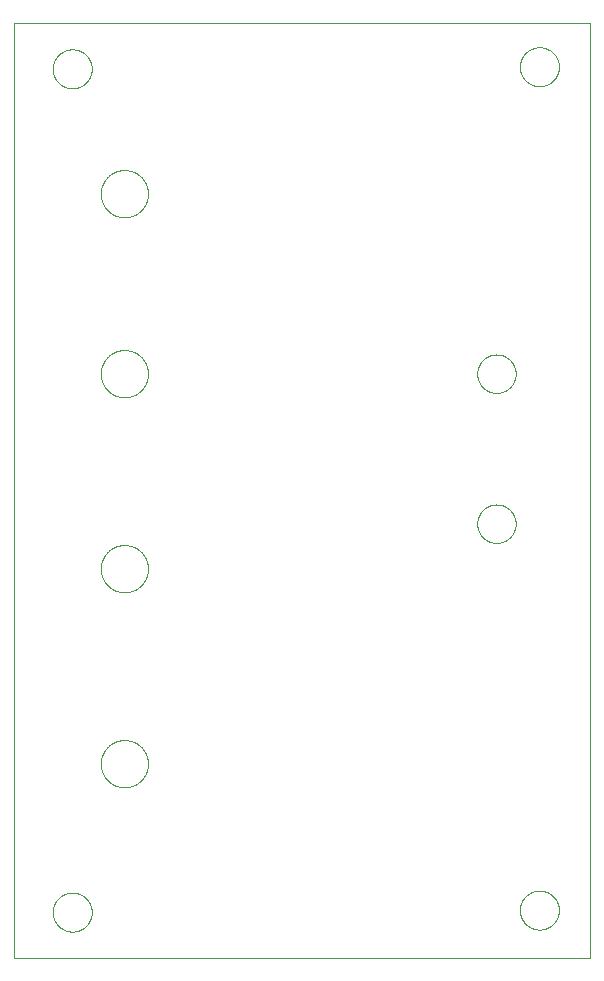
<source format=gtp>
G75*
%MOIN*%
%OFA0B0*%
%FSLAX25Y25*%
%IPPOS*%
%LPD*%
%AMOC8*
5,1,8,0,0,1.08239X$1,22.5*
%
%ADD10C,0.00000*%
D10*
X0001000Y0001000D02*
X0001000Y0312516D01*
X0192831Y0312516D01*
X0192831Y0001000D01*
X0001000Y0001000D01*
X0013791Y0016157D02*
X0013793Y0016318D01*
X0013799Y0016478D01*
X0013809Y0016639D01*
X0013823Y0016799D01*
X0013841Y0016959D01*
X0013862Y0017118D01*
X0013888Y0017277D01*
X0013918Y0017435D01*
X0013951Y0017592D01*
X0013989Y0017749D01*
X0014030Y0017904D01*
X0014075Y0018058D01*
X0014124Y0018211D01*
X0014177Y0018363D01*
X0014233Y0018514D01*
X0014294Y0018663D01*
X0014357Y0018811D01*
X0014425Y0018957D01*
X0014496Y0019101D01*
X0014570Y0019243D01*
X0014648Y0019384D01*
X0014730Y0019522D01*
X0014815Y0019659D01*
X0014903Y0019793D01*
X0014995Y0019925D01*
X0015090Y0020055D01*
X0015188Y0020183D01*
X0015289Y0020308D01*
X0015393Y0020430D01*
X0015500Y0020550D01*
X0015610Y0020667D01*
X0015723Y0020782D01*
X0015839Y0020893D01*
X0015958Y0021002D01*
X0016079Y0021107D01*
X0016203Y0021210D01*
X0016329Y0021310D01*
X0016457Y0021406D01*
X0016588Y0021499D01*
X0016722Y0021589D01*
X0016857Y0021676D01*
X0016995Y0021759D01*
X0017134Y0021839D01*
X0017276Y0021915D01*
X0017419Y0021988D01*
X0017564Y0022057D01*
X0017711Y0022123D01*
X0017859Y0022185D01*
X0018009Y0022243D01*
X0018160Y0022298D01*
X0018313Y0022349D01*
X0018467Y0022396D01*
X0018622Y0022439D01*
X0018778Y0022478D01*
X0018934Y0022514D01*
X0019092Y0022545D01*
X0019250Y0022573D01*
X0019409Y0022597D01*
X0019569Y0022617D01*
X0019729Y0022633D01*
X0019889Y0022645D01*
X0020050Y0022653D01*
X0020211Y0022657D01*
X0020371Y0022657D01*
X0020532Y0022653D01*
X0020693Y0022645D01*
X0020853Y0022633D01*
X0021013Y0022617D01*
X0021173Y0022597D01*
X0021332Y0022573D01*
X0021490Y0022545D01*
X0021648Y0022514D01*
X0021804Y0022478D01*
X0021960Y0022439D01*
X0022115Y0022396D01*
X0022269Y0022349D01*
X0022422Y0022298D01*
X0022573Y0022243D01*
X0022723Y0022185D01*
X0022871Y0022123D01*
X0023018Y0022057D01*
X0023163Y0021988D01*
X0023306Y0021915D01*
X0023448Y0021839D01*
X0023587Y0021759D01*
X0023725Y0021676D01*
X0023860Y0021589D01*
X0023994Y0021499D01*
X0024125Y0021406D01*
X0024253Y0021310D01*
X0024379Y0021210D01*
X0024503Y0021107D01*
X0024624Y0021002D01*
X0024743Y0020893D01*
X0024859Y0020782D01*
X0024972Y0020667D01*
X0025082Y0020550D01*
X0025189Y0020430D01*
X0025293Y0020308D01*
X0025394Y0020183D01*
X0025492Y0020055D01*
X0025587Y0019925D01*
X0025679Y0019793D01*
X0025767Y0019659D01*
X0025852Y0019522D01*
X0025934Y0019384D01*
X0026012Y0019243D01*
X0026086Y0019101D01*
X0026157Y0018957D01*
X0026225Y0018811D01*
X0026288Y0018663D01*
X0026349Y0018514D01*
X0026405Y0018363D01*
X0026458Y0018211D01*
X0026507Y0018058D01*
X0026552Y0017904D01*
X0026593Y0017749D01*
X0026631Y0017592D01*
X0026664Y0017435D01*
X0026694Y0017277D01*
X0026720Y0017118D01*
X0026741Y0016959D01*
X0026759Y0016799D01*
X0026773Y0016639D01*
X0026783Y0016478D01*
X0026789Y0016318D01*
X0026791Y0016157D01*
X0026789Y0015996D01*
X0026783Y0015836D01*
X0026773Y0015675D01*
X0026759Y0015515D01*
X0026741Y0015355D01*
X0026720Y0015196D01*
X0026694Y0015037D01*
X0026664Y0014879D01*
X0026631Y0014722D01*
X0026593Y0014565D01*
X0026552Y0014410D01*
X0026507Y0014256D01*
X0026458Y0014103D01*
X0026405Y0013951D01*
X0026349Y0013800D01*
X0026288Y0013651D01*
X0026225Y0013503D01*
X0026157Y0013357D01*
X0026086Y0013213D01*
X0026012Y0013071D01*
X0025934Y0012930D01*
X0025852Y0012792D01*
X0025767Y0012655D01*
X0025679Y0012521D01*
X0025587Y0012389D01*
X0025492Y0012259D01*
X0025394Y0012131D01*
X0025293Y0012006D01*
X0025189Y0011884D01*
X0025082Y0011764D01*
X0024972Y0011647D01*
X0024859Y0011532D01*
X0024743Y0011421D01*
X0024624Y0011312D01*
X0024503Y0011207D01*
X0024379Y0011104D01*
X0024253Y0011004D01*
X0024125Y0010908D01*
X0023994Y0010815D01*
X0023860Y0010725D01*
X0023725Y0010638D01*
X0023587Y0010555D01*
X0023448Y0010475D01*
X0023306Y0010399D01*
X0023163Y0010326D01*
X0023018Y0010257D01*
X0022871Y0010191D01*
X0022723Y0010129D01*
X0022573Y0010071D01*
X0022422Y0010016D01*
X0022269Y0009965D01*
X0022115Y0009918D01*
X0021960Y0009875D01*
X0021804Y0009836D01*
X0021648Y0009800D01*
X0021490Y0009769D01*
X0021332Y0009741D01*
X0021173Y0009717D01*
X0021013Y0009697D01*
X0020853Y0009681D01*
X0020693Y0009669D01*
X0020532Y0009661D01*
X0020371Y0009657D01*
X0020211Y0009657D01*
X0020050Y0009661D01*
X0019889Y0009669D01*
X0019729Y0009681D01*
X0019569Y0009697D01*
X0019409Y0009717D01*
X0019250Y0009741D01*
X0019092Y0009769D01*
X0018934Y0009800D01*
X0018778Y0009836D01*
X0018622Y0009875D01*
X0018467Y0009918D01*
X0018313Y0009965D01*
X0018160Y0010016D01*
X0018009Y0010071D01*
X0017859Y0010129D01*
X0017711Y0010191D01*
X0017564Y0010257D01*
X0017419Y0010326D01*
X0017276Y0010399D01*
X0017134Y0010475D01*
X0016995Y0010555D01*
X0016857Y0010638D01*
X0016722Y0010725D01*
X0016588Y0010815D01*
X0016457Y0010908D01*
X0016329Y0011004D01*
X0016203Y0011104D01*
X0016079Y0011207D01*
X0015958Y0011312D01*
X0015839Y0011421D01*
X0015723Y0011532D01*
X0015610Y0011647D01*
X0015500Y0011764D01*
X0015393Y0011884D01*
X0015289Y0012006D01*
X0015188Y0012131D01*
X0015090Y0012259D01*
X0014995Y0012389D01*
X0014903Y0012521D01*
X0014815Y0012655D01*
X0014730Y0012792D01*
X0014648Y0012930D01*
X0014570Y0013071D01*
X0014496Y0013213D01*
X0014425Y0013357D01*
X0014357Y0013503D01*
X0014294Y0013651D01*
X0014233Y0013800D01*
X0014177Y0013951D01*
X0014124Y0014103D01*
X0014075Y0014256D01*
X0014030Y0014410D01*
X0013989Y0014565D01*
X0013951Y0014722D01*
X0013918Y0014879D01*
X0013888Y0015037D01*
X0013862Y0015196D01*
X0013841Y0015355D01*
X0013823Y0015515D01*
X0013809Y0015675D01*
X0013799Y0015836D01*
X0013793Y0015996D01*
X0013791Y0016157D01*
X0029799Y0065646D02*
X0029801Y0065839D01*
X0029808Y0066032D01*
X0029820Y0066225D01*
X0029837Y0066418D01*
X0029858Y0066610D01*
X0029884Y0066801D01*
X0029915Y0066992D01*
X0029950Y0067182D01*
X0029990Y0067371D01*
X0030035Y0067559D01*
X0030084Y0067746D01*
X0030138Y0067932D01*
X0030196Y0068116D01*
X0030259Y0068299D01*
X0030327Y0068480D01*
X0030398Y0068659D01*
X0030475Y0068837D01*
X0030555Y0069013D01*
X0030640Y0069186D01*
X0030729Y0069358D01*
X0030822Y0069527D01*
X0030919Y0069694D01*
X0031021Y0069859D01*
X0031126Y0070021D01*
X0031235Y0070180D01*
X0031349Y0070337D01*
X0031466Y0070490D01*
X0031586Y0070641D01*
X0031711Y0070789D01*
X0031839Y0070934D01*
X0031970Y0071075D01*
X0032105Y0071214D01*
X0032244Y0071349D01*
X0032385Y0071480D01*
X0032530Y0071608D01*
X0032678Y0071733D01*
X0032829Y0071853D01*
X0032982Y0071970D01*
X0033139Y0072084D01*
X0033298Y0072193D01*
X0033460Y0072298D01*
X0033625Y0072400D01*
X0033792Y0072497D01*
X0033961Y0072590D01*
X0034133Y0072679D01*
X0034306Y0072764D01*
X0034482Y0072844D01*
X0034660Y0072921D01*
X0034839Y0072992D01*
X0035020Y0073060D01*
X0035203Y0073123D01*
X0035387Y0073181D01*
X0035573Y0073235D01*
X0035760Y0073284D01*
X0035948Y0073329D01*
X0036137Y0073369D01*
X0036327Y0073404D01*
X0036518Y0073435D01*
X0036709Y0073461D01*
X0036901Y0073482D01*
X0037094Y0073499D01*
X0037287Y0073511D01*
X0037480Y0073518D01*
X0037673Y0073520D01*
X0037866Y0073518D01*
X0038059Y0073511D01*
X0038252Y0073499D01*
X0038445Y0073482D01*
X0038637Y0073461D01*
X0038828Y0073435D01*
X0039019Y0073404D01*
X0039209Y0073369D01*
X0039398Y0073329D01*
X0039586Y0073284D01*
X0039773Y0073235D01*
X0039959Y0073181D01*
X0040143Y0073123D01*
X0040326Y0073060D01*
X0040507Y0072992D01*
X0040686Y0072921D01*
X0040864Y0072844D01*
X0041040Y0072764D01*
X0041213Y0072679D01*
X0041385Y0072590D01*
X0041554Y0072497D01*
X0041721Y0072400D01*
X0041886Y0072298D01*
X0042048Y0072193D01*
X0042207Y0072084D01*
X0042364Y0071970D01*
X0042517Y0071853D01*
X0042668Y0071733D01*
X0042816Y0071608D01*
X0042961Y0071480D01*
X0043102Y0071349D01*
X0043241Y0071214D01*
X0043376Y0071075D01*
X0043507Y0070934D01*
X0043635Y0070789D01*
X0043760Y0070641D01*
X0043880Y0070490D01*
X0043997Y0070337D01*
X0044111Y0070180D01*
X0044220Y0070021D01*
X0044325Y0069859D01*
X0044427Y0069694D01*
X0044524Y0069527D01*
X0044617Y0069358D01*
X0044706Y0069186D01*
X0044791Y0069013D01*
X0044871Y0068837D01*
X0044948Y0068659D01*
X0045019Y0068480D01*
X0045087Y0068299D01*
X0045150Y0068116D01*
X0045208Y0067932D01*
X0045262Y0067746D01*
X0045311Y0067559D01*
X0045356Y0067371D01*
X0045396Y0067182D01*
X0045431Y0066992D01*
X0045462Y0066801D01*
X0045488Y0066610D01*
X0045509Y0066418D01*
X0045526Y0066225D01*
X0045538Y0066032D01*
X0045545Y0065839D01*
X0045547Y0065646D01*
X0045545Y0065453D01*
X0045538Y0065260D01*
X0045526Y0065067D01*
X0045509Y0064874D01*
X0045488Y0064682D01*
X0045462Y0064491D01*
X0045431Y0064300D01*
X0045396Y0064110D01*
X0045356Y0063921D01*
X0045311Y0063733D01*
X0045262Y0063546D01*
X0045208Y0063360D01*
X0045150Y0063176D01*
X0045087Y0062993D01*
X0045019Y0062812D01*
X0044948Y0062633D01*
X0044871Y0062455D01*
X0044791Y0062279D01*
X0044706Y0062106D01*
X0044617Y0061934D01*
X0044524Y0061765D01*
X0044427Y0061598D01*
X0044325Y0061433D01*
X0044220Y0061271D01*
X0044111Y0061112D01*
X0043997Y0060955D01*
X0043880Y0060802D01*
X0043760Y0060651D01*
X0043635Y0060503D01*
X0043507Y0060358D01*
X0043376Y0060217D01*
X0043241Y0060078D01*
X0043102Y0059943D01*
X0042961Y0059812D01*
X0042816Y0059684D01*
X0042668Y0059559D01*
X0042517Y0059439D01*
X0042364Y0059322D01*
X0042207Y0059208D01*
X0042048Y0059099D01*
X0041886Y0058994D01*
X0041721Y0058892D01*
X0041554Y0058795D01*
X0041385Y0058702D01*
X0041213Y0058613D01*
X0041040Y0058528D01*
X0040864Y0058448D01*
X0040686Y0058371D01*
X0040507Y0058300D01*
X0040326Y0058232D01*
X0040143Y0058169D01*
X0039959Y0058111D01*
X0039773Y0058057D01*
X0039586Y0058008D01*
X0039398Y0057963D01*
X0039209Y0057923D01*
X0039019Y0057888D01*
X0038828Y0057857D01*
X0038637Y0057831D01*
X0038445Y0057810D01*
X0038252Y0057793D01*
X0038059Y0057781D01*
X0037866Y0057774D01*
X0037673Y0057772D01*
X0037480Y0057774D01*
X0037287Y0057781D01*
X0037094Y0057793D01*
X0036901Y0057810D01*
X0036709Y0057831D01*
X0036518Y0057857D01*
X0036327Y0057888D01*
X0036137Y0057923D01*
X0035948Y0057963D01*
X0035760Y0058008D01*
X0035573Y0058057D01*
X0035387Y0058111D01*
X0035203Y0058169D01*
X0035020Y0058232D01*
X0034839Y0058300D01*
X0034660Y0058371D01*
X0034482Y0058448D01*
X0034306Y0058528D01*
X0034133Y0058613D01*
X0033961Y0058702D01*
X0033792Y0058795D01*
X0033625Y0058892D01*
X0033460Y0058994D01*
X0033298Y0059099D01*
X0033139Y0059208D01*
X0032982Y0059322D01*
X0032829Y0059439D01*
X0032678Y0059559D01*
X0032530Y0059684D01*
X0032385Y0059812D01*
X0032244Y0059943D01*
X0032105Y0060078D01*
X0031970Y0060217D01*
X0031839Y0060358D01*
X0031711Y0060503D01*
X0031586Y0060651D01*
X0031466Y0060802D01*
X0031349Y0060955D01*
X0031235Y0061112D01*
X0031126Y0061271D01*
X0031021Y0061433D01*
X0030919Y0061598D01*
X0030822Y0061765D01*
X0030729Y0061934D01*
X0030640Y0062106D01*
X0030555Y0062279D01*
X0030475Y0062455D01*
X0030398Y0062633D01*
X0030327Y0062812D01*
X0030259Y0062993D01*
X0030196Y0063176D01*
X0030138Y0063360D01*
X0030084Y0063546D01*
X0030035Y0063733D01*
X0029990Y0063921D01*
X0029950Y0064110D01*
X0029915Y0064300D01*
X0029884Y0064491D01*
X0029858Y0064682D01*
X0029837Y0064874D01*
X0029820Y0065067D01*
X0029808Y0065260D01*
X0029801Y0065453D01*
X0029799Y0065646D01*
X0029799Y0130646D02*
X0029801Y0130839D01*
X0029808Y0131032D01*
X0029820Y0131225D01*
X0029837Y0131418D01*
X0029858Y0131610D01*
X0029884Y0131801D01*
X0029915Y0131992D01*
X0029950Y0132182D01*
X0029990Y0132371D01*
X0030035Y0132559D01*
X0030084Y0132746D01*
X0030138Y0132932D01*
X0030196Y0133116D01*
X0030259Y0133299D01*
X0030327Y0133480D01*
X0030398Y0133659D01*
X0030475Y0133837D01*
X0030555Y0134013D01*
X0030640Y0134186D01*
X0030729Y0134358D01*
X0030822Y0134527D01*
X0030919Y0134694D01*
X0031021Y0134859D01*
X0031126Y0135021D01*
X0031235Y0135180D01*
X0031349Y0135337D01*
X0031466Y0135490D01*
X0031586Y0135641D01*
X0031711Y0135789D01*
X0031839Y0135934D01*
X0031970Y0136075D01*
X0032105Y0136214D01*
X0032244Y0136349D01*
X0032385Y0136480D01*
X0032530Y0136608D01*
X0032678Y0136733D01*
X0032829Y0136853D01*
X0032982Y0136970D01*
X0033139Y0137084D01*
X0033298Y0137193D01*
X0033460Y0137298D01*
X0033625Y0137400D01*
X0033792Y0137497D01*
X0033961Y0137590D01*
X0034133Y0137679D01*
X0034306Y0137764D01*
X0034482Y0137844D01*
X0034660Y0137921D01*
X0034839Y0137992D01*
X0035020Y0138060D01*
X0035203Y0138123D01*
X0035387Y0138181D01*
X0035573Y0138235D01*
X0035760Y0138284D01*
X0035948Y0138329D01*
X0036137Y0138369D01*
X0036327Y0138404D01*
X0036518Y0138435D01*
X0036709Y0138461D01*
X0036901Y0138482D01*
X0037094Y0138499D01*
X0037287Y0138511D01*
X0037480Y0138518D01*
X0037673Y0138520D01*
X0037866Y0138518D01*
X0038059Y0138511D01*
X0038252Y0138499D01*
X0038445Y0138482D01*
X0038637Y0138461D01*
X0038828Y0138435D01*
X0039019Y0138404D01*
X0039209Y0138369D01*
X0039398Y0138329D01*
X0039586Y0138284D01*
X0039773Y0138235D01*
X0039959Y0138181D01*
X0040143Y0138123D01*
X0040326Y0138060D01*
X0040507Y0137992D01*
X0040686Y0137921D01*
X0040864Y0137844D01*
X0041040Y0137764D01*
X0041213Y0137679D01*
X0041385Y0137590D01*
X0041554Y0137497D01*
X0041721Y0137400D01*
X0041886Y0137298D01*
X0042048Y0137193D01*
X0042207Y0137084D01*
X0042364Y0136970D01*
X0042517Y0136853D01*
X0042668Y0136733D01*
X0042816Y0136608D01*
X0042961Y0136480D01*
X0043102Y0136349D01*
X0043241Y0136214D01*
X0043376Y0136075D01*
X0043507Y0135934D01*
X0043635Y0135789D01*
X0043760Y0135641D01*
X0043880Y0135490D01*
X0043997Y0135337D01*
X0044111Y0135180D01*
X0044220Y0135021D01*
X0044325Y0134859D01*
X0044427Y0134694D01*
X0044524Y0134527D01*
X0044617Y0134358D01*
X0044706Y0134186D01*
X0044791Y0134013D01*
X0044871Y0133837D01*
X0044948Y0133659D01*
X0045019Y0133480D01*
X0045087Y0133299D01*
X0045150Y0133116D01*
X0045208Y0132932D01*
X0045262Y0132746D01*
X0045311Y0132559D01*
X0045356Y0132371D01*
X0045396Y0132182D01*
X0045431Y0131992D01*
X0045462Y0131801D01*
X0045488Y0131610D01*
X0045509Y0131418D01*
X0045526Y0131225D01*
X0045538Y0131032D01*
X0045545Y0130839D01*
X0045547Y0130646D01*
X0045545Y0130453D01*
X0045538Y0130260D01*
X0045526Y0130067D01*
X0045509Y0129874D01*
X0045488Y0129682D01*
X0045462Y0129491D01*
X0045431Y0129300D01*
X0045396Y0129110D01*
X0045356Y0128921D01*
X0045311Y0128733D01*
X0045262Y0128546D01*
X0045208Y0128360D01*
X0045150Y0128176D01*
X0045087Y0127993D01*
X0045019Y0127812D01*
X0044948Y0127633D01*
X0044871Y0127455D01*
X0044791Y0127279D01*
X0044706Y0127106D01*
X0044617Y0126934D01*
X0044524Y0126765D01*
X0044427Y0126598D01*
X0044325Y0126433D01*
X0044220Y0126271D01*
X0044111Y0126112D01*
X0043997Y0125955D01*
X0043880Y0125802D01*
X0043760Y0125651D01*
X0043635Y0125503D01*
X0043507Y0125358D01*
X0043376Y0125217D01*
X0043241Y0125078D01*
X0043102Y0124943D01*
X0042961Y0124812D01*
X0042816Y0124684D01*
X0042668Y0124559D01*
X0042517Y0124439D01*
X0042364Y0124322D01*
X0042207Y0124208D01*
X0042048Y0124099D01*
X0041886Y0123994D01*
X0041721Y0123892D01*
X0041554Y0123795D01*
X0041385Y0123702D01*
X0041213Y0123613D01*
X0041040Y0123528D01*
X0040864Y0123448D01*
X0040686Y0123371D01*
X0040507Y0123300D01*
X0040326Y0123232D01*
X0040143Y0123169D01*
X0039959Y0123111D01*
X0039773Y0123057D01*
X0039586Y0123008D01*
X0039398Y0122963D01*
X0039209Y0122923D01*
X0039019Y0122888D01*
X0038828Y0122857D01*
X0038637Y0122831D01*
X0038445Y0122810D01*
X0038252Y0122793D01*
X0038059Y0122781D01*
X0037866Y0122774D01*
X0037673Y0122772D01*
X0037480Y0122774D01*
X0037287Y0122781D01*
X0037094Y0122793D01*
X0036901Y0122810D01*
X0036709Y0122831D01*
X0036518Y0122857D01*
X0036327Y0122888D01*
X0036137Y0122923D01*
X0035948Y0122963D01*
X0035760Y0123008D01*
X0035573Y0123057D01*
X0035387Y0123111D01*
X0035203Y0123169D01*
X0035020Y0123232D01*
X0034839Y0123300D01*
X0034660Y0123371D01*
X0034482Y0123448D01*
X0034306Y0123528D01*
X0034133Y0123613D01*
X0033961Y0123702D01*
X0033792Y0123795D01*
X0033625Y0123892D01*
X0033460Y0123994D01*
X0033298Y0124099D01*
X0033139Y0124208D01*
X0032982Y0124322D01*
X0032829Y0124439D01*
X0032678Y0124559D01*
X0032530Y0124684D01*
X0032385Y0124812D01*
X0032244Y0124943D01*
X0032105Y0125078D01*
X0031970Y0125217D01*
X0031839Y0125358D01*
X0031711Y0125503D01*
X0031586Y0125651D01*
X0031466Y0125802D01*
X0031349Y0125955D01*
X0031235Y0126112D01*
X0031126Y0126271D01*
X0031021Y0126433D01*
X0030919Y0126598D01*
X0030822Y0126765D01*
X0030729Y0126934D01*
X0030640Y0127106D01*
X0030555Y0127279D01*
X0030475Y0127455D01*
X0030398Y0127633D01*
X0030327Y0127812D01*
X0030259Y0127993D01*
X0030196Y0128176D01*
X0030138Y0128360D01*
X0030084Y0128546D01*
X0030035Y0128733D01*
X0029990Y0128921D01*
X0029950Y0129110D01*
X0029915Y0129300D01*
X0029884Y0129491D01*
X0029858Y0129682D01*
X0029837Y0129874D01*
X0029820Y0130067D01*
X0029808Y0130260D01*
X0029801Y0130453D01*
X0029799Y0130646D01*
X0029799Y0195646D02*
X0029801Y0195839D01*
X0029808Y0196032D01*
X0029820Y0196225D01*
X0029837Y0196418D01*
X0029858Y0196610D01*
X0029884Y0196801D01*
X0029915Y0196992D01*
X0029950Y0197182D01*
X0029990Y0197371D01*
X0030035Y0197559D01*
X0030084Y0197746D01*
X0030138Y0197932D01*
X0030196Y0198116D01*
X0030259Y0198299D01*
X0030327Y0198480D01*
X0030398Y0198659D01*
X0030475Y0198837D01*
X0030555Y0199013D01*
X0030640Y0199186D01*
X0030729Y0199358D01*
X0030822Y0199527D01*
X0030919Y0199694D01*
X0031021Y0199859D01*
X0031126Y0200021D01*
X0031235Y0200180D01*
X0031349Y0200337D01*
X0031466Y0200490D01*
X0031586Y0200641D01*
X0031711Y0200789D01*
X0031839Y0200934D01*
X0031970Y0201075D01*
X0032105Y0201214D01*
X0032244Y0201349D01*
X0032385Y0201480D01*
X0032530Y0201608D01*
X0032678Y0201733D01*
X0032829Y0201853D01*
X0032982Y0201970D01*
X0033139Y0202084D01*
X0033298Y0202193D01*
X0033460Y0202298D01*
X0033625Y0202400D01*
X0033792Y0202497D01*
X0033961Y0202590D01*
X0034133Y0202679D01*
X0034306Y0202764D01*
X0034482Y0202844D01*
X0034660Y0202921D01*
X0034839Y0202992D01*
X0035020Y0203060D01*
X0035203Y0203123D01*
X0035387Y0203181D01*
X0035573Y0203235D01*
X0035760Y0203284D01*
X0035948Y0203329D01*
X0036137Y0203369D01*
X0036327Y0203404D01*
X0036518Y0203435D01*
X0036709Y0203461D01*
X0036901Y0203482D01*
X0037094Y0203499D01*
X0037287Y0203511D01*
X0037480Y0203518D01*
X0037673Y0203520D01*
X0037866Y0203518D01*
X0038059Y0203511D01*
X0038252Y0203499D01*
X0038445Y0203482D01*
X0038637Y0203461D01*
X0038828Y0203435D01*
X0039019Y0203404D01*
X0039209Y0203369D01*
X0039398Y0203329D01*
X0039586Y0203284D01*
X0039773Y0203235D01*
X0039959Y0203181D01*
X0040143Y0203123D01*
X0040326Y0203060D01*
X0040507Y0202992D01*
X0040686Y0202921D01*
X0040864Y0202844D01*
X0041040Y0202764D01*
X0041213Y0202679D01*
X0041385Y0202590D01*
X0041554Y0202497D01*
X0041721Y0202400D01*
X0041886Y0202298D01*
X0042048Y0202193D01*
X0042207Y0202084D01*
X0042364Y0201970D01*
X0042517Y0201853D01*
X0042668Y0201733D01*
X0042816Y0201608D01*
X0042961Y0201480D01*
X0043102Y0201349D01*
X0043241Y0201214D01*
X0043376Y0201075D01*
X0043507Y0200934D01*
X0043635Y0200789D01*
X0043760Y0200641D01*
X0043880Y0200490D01*
X0043997Y0200337D01*
X0044111Y0200180D01*
X0044220Y0200021D01*
X0044325Y0199859D01*
X0044427Y0199694D01*
X0044524Y0199527D01*
X0044617Y0199358D01*
X0044706Y0199186D01*
X0044791Y0199013D01*
X0044871Y0198837D01*
X0044948Y0198659D01*
X0045019Y0198480D01*
X0045087Y0198299D01*
X0045150Y0198116D01*
X0045208Y0197932D01*
X0045262Y0197746D01*
X0045311Y0197559D01*
X0045356Y0197371D01*
X0045396Y0197182D01*
X0045431Y0196992D01*
X0045462Y0196801D01*
X0045488Y0196610D01*
X0045509Y0196418D01*
X0045526Y0196225D01*
X0045538Y0196032D01*
X0045545Y0195839D01*
X0045547Y0195646D01*
X0045545Y0195453D01*
X0045538Y0195260D01*
X0045526Y0195067D01*
X0045509Y0194874D01*
X0045488Y0194682D01*
X0045462Y0194491D01*
X0045431Y0194300D01*
X0045396Y0194110D01*
X0045356Y0193921D01*
X0045311Y0193733D01*
X0045262Y0193546D01*
X0045208Y0193360D01*
X0045150Y0193176D01*
X0045087Y0192993D01*
X0045019Y0192812D01*
X0044948Y0192633D01*
X0044871Y0192455D01*
X0044791Y0192279D01*
X0044706Y0192106D01*
X0044617Y0191934D01*
X0044524Y0191765D01*
X0044427Y0191598D01*
X0044325Y0191433D01*
X0044220Y0191271D01*
X0044111Y0191112D01*
X0043997Y0190955D01*
X0043880Y0190802D01*
X0043760Y0190651D01*
X0043635Y0190503D01*
X0043507Y0190358D01*
X0043376Y0190217D01*
X0043241Y0190078D01*
X0043102Y0189943D01*
X0042961Y0189812D01*
X0042816Y0189684D01*
X0042668Y0189559D01*
X0042517Y0189439D01*
X0042364Y0189322D01*
X0042207Y0189208D01*
X0042048Y0189099D01*
X0041886Y0188994D01*
X0041721Y0188892D01*
X0041554Y0188795D01*
X0041385Y0188702D01*
X0041213Y0188613D01*
X0041040Y0188528D01*
X0040864Y0188448D01*
X0040686Y0188371D01*
X0040507Y0188300D01*
X0040326Y0188232D01*
X0040143Y0188169D01*
X0039959Y0188111D01*
X0039773Y0188057D01*
X0039586Y0188008D01*
X0039398Y0187963D01*
X0039209Y0187923D01*
X0039019Y0187888D01*
X0038828Y0187857D01*
X0038637Y0187831D01*
X0038445Y0187810D01*
X0038252Y0187793D01*
X0038059Y0187781D01*
X0037866Y0187774D01*
X0037673Y0187772D01*
X0037480Y0187774D01*
X0037287Y0187781D01*
X0037094Y0187793D01*
X0036901Y0187810D01*
X0036709Y0187831D01*
X0036518Y0187857D01*
X0036327Y0187888D01*
X0036137Y0187923D01*
X0035948Y0187963D01*
X0035760Y0188008D01*
X0035573Y0188057D01*
X0035387Y0188111D01*
X0035203Y0188169D01*
X0035020Y0188232D01*
X0034839Y0188300D01*
X0034660Y0188371D01*
X0034482Y0188448D01*
X0034306Y0188528D01*
X0034133Y0188613D01*
X0033961Y0188702D01*
X0033792Y0188795D01*
X0033625Y0188892D01*
X0033460Y0188994D01*
X0033298Y0189099D01*
X0033139Y0189208D01*
X0032982Y0189322D01*
X0032829Y0189439D01*
X0032678Y0189559D01*
X0032530Y0189684D01*
X0032385Y0189812D01*
X0032244Y0189943D01*
X0032105Y0190078D01*
X0031970Y0190217D01*
X0031839Y0190358D01*
X0031711Y0190503D01*
X0031586Y0190651D01*
X0031466Y0190802D01*
X0031349Y0190955D01*
X0031235Y0191112D01*
X0031126Y0191271D01*
X0031021Y0191433D01*
X0030919Y0191598D01*
X0030822Y0191765D01*
X0030729Y0191934D01*
X0030640Y0192106D01*
X0030555Y0192279D01*
X0030475Y0192455D01*
X0030398Y0192633D01*
X0030327Y0192812D01*
X0030259Y0192993D01*
X0030196Y0193176D01*
X0030138Y0193360D01*
X0030084Y0193546D01*
X0030035Y0193733D01*
X0029990Y0193921D01*
X0029950Y0194110D01*
X0029915Y0194300D01*
X0029884Y0194491D01*
X0029858Y0194682D01*
X0029837Y0194874D01*
X0029820Y0195067D01*
X0029808Y0195260D01*
X0029801Y0195453D01*
X0029799Y0195646D01*
X0029799Y0255646D02*
X0029801Y0255839D01*
X0029808Y0256032D01*
X0029820Y0256225D01*
X0029837Y0256418D01*
X0029858Y0256610D01*
X0029884Y0256801D01*
X0029915Y0256992D01*
X0029950Y0257182D01*
X0029990Y0257371D01*
X0030035Y0257559D01*
X0030084Y0257746D01*
X0030138Y0257932D01*
X0030196Y0258116D01*
X0030259Y0258299D01*
X0030327Y0258480D01*
X0030398Y0258659D01*
X0030475Y0258837D01*
X0030555Y0259013D01*
X0030640Y0259186D01*
X0030729Y0259358D01*
X0030822Y0259527D01*
X0030919Y0259694D01*
X0031021Y0259859D01*
X0031126Y0260021D01*
X0031235Y0260180D01*
X0031349Y0260337D01*
X0031466Y0260490D01*
X0031586Y0260641D01*
X0031711Y0260789D01*
X0031839Y0260934D01*
X0031970Y0261075D01*
X0032105Y0261214D01*
X0032244Y0261349D01*
X0032385Y0261480D01*
X0032530Y0261608D01*
X0032678Y0261733D01*
X0032829Y0261853D01*
X0032982Y0261970D01*
X0033139Y0262084D01*
X0033298Y0262193D01*
X0033460Y0262298D01*
X0033625Y0262400D01*
X0033792Y0262497D01*
X0033961Y0262590D01*
X0034133Y0262679D01*
X0034306Y0262764D01*
X0034482Y0262844D01*
X0034660Y0262921D01*
X0034839Y0262992D01*
X0035020Y0263060D01*
X0035203Y0263123D01*
X0035387Y0263181D01*
X0035573Y0263235D01*
X0035760Y0263284D01*
X0035948Y0263329D01*
X0036137Y0263369D01*
X0036327Y0263404D01*
X0036518Y0263435D01*
X0036709Y0263461D01*
X0036901Y0263482D01*
X0037094Y0263499D01*
X0037287Y0263511D01*
X0037480Y0263518D01*
X0037673Y0263520D01*
X0037866Y0263518D01*
X0038059Y0263511D01*
X0038252Y0263499D01*
X0038445Y0263482D01*
X0038637Y0263461D01*
X0038828Y0263435D01*
X0039019Y0263404D01*
X0039209Y0263369D01*
X0039398Y0263329D01*
X0039586Y0263284D01*
X0039773Y0263235D01*
X0039959Y0263181D01*
X0040143Y0263123D01*
X0040326Y0263060D01*
X0040507Y0262992D01*
X0040686Y0262921D01*
X0040864Y0262844D01*
X0041040Y0262764D01*
X0041213Y0262679D01*
X0041385Y0262590D01*
X0041554Y0262497D01*
X0041721Y0262400D01*
X0041886Y0262298D01*
X0042048Y0262193D01*
X0042207Y0262084D01*
X0042364Y0261970D01*
X0042517Y0261853D01*
X0042668Y0261733D01*
X0042816Y0261608D01*
X0042961Y0261480D01*
X0043102Y0261349D01*
X0043241Y0261214D01*
X0043376Y0261075D01*
X0043507Y0260934D01*
X0043635Y0260789D01*
X0043760Y0260641D01*
X0043880Y0260490D01*
X0043997Y0260337D01*
X0044111Y0260180D01*
X0044220Y0260021D01*
X0044325Y0259859D01*
X0044427Y0259694D01*
X0044524Y0259527D01*
X0044617Y0259358D01*
X0044706Y0259186D01*
X0044791Y0259013D01*
X0044871Y0258837D01*
X0044948Y0258659D01*
X0045019Y0258480D01*
X0045087Y0258299D01*
X0045150Y0258116D01*
X0045208Y0257932D01*
X0045262Y0257746D01*
X0045311Y0257559D01*
X0045356Y0257371D01*
X0045396Y0257182D01*
X0045431Y0256992D01*
X0045462Y0256801D01*
X0045488Y0256610D01*
X0045509Y0256418D01*
X0045526Y0256225D01*
X0045538Y0256032D01*
X0045545Y0255839D01*
X0045547Y0255646D01*
X0045545Y0255453D01*
X0045538Y0255260D01*
X0045526Y0255067D01*
X0045509Y0254874D01*
X0045488Y0254682D01*
X0045462Y0254491D01*
X0045431Y0254300D01*
X0045396Y0254110D01*
X0045356Y0253921D01*
X0045311Y0253733D01*
X0045262Y0253546D01*
X0045208Y0253360D01*
X0045150Y0253176D01*
X0045087Y0252993D01*
X0045019Y0252812D01*
X0044948Y0252633D01*
X0044871Y0252455D01*
X0044791Y0252279D01*
X0044706Y0252106D01*
X0044617Y0251934D01*
X0044524Y0251765D01*
X0044427Y0251598D01*
X0044325Y0251433D01*
X0044220Y0251271D01*
X0044111Y0251112D01*
X0043997Y0250955D01*
X0043880Y0250802D01*
X0043760Y0250651D01*
X0043635Y0250503D01*
X0043507Y0250358D01*
X0043376Y0250217D01*
X0043241Y0250078D01*
X0043102Y0249943D01*
X0042961Y0249812D01*
X0042816Y0249684D01*
X0042668Y0249559D01*
X0042517Y0249439D01*
X0042364Y0249322D01*
X0042207Y0249208D01*
X0042048Y0249099D01*
X0041886Y0248994D01*
X0041721Y0248892D01*
X0041554Y0248795D01*
X0041385Y0248702D01*
X0041213Y0248613D01*
X0041040Y0248528D01*
X0040864Y0248448D01*
X0040686Y0248371D01*
X0040507Y0248300D01*
X0040326Y0248232D01*
X0040143Y0248169D01*
X0039959Y0248111D01*
X0039773Y0248057D01*
X0039586Y0248008D01*
X0039398Y0247963D01*
X0039209Y0247923D01*
X0039019Y0247888D01*
X0038828Y0247857D01*
X0038637Y0247831D01*
X0038445Y0247810D01*
X0038252Y0247793D01*
X0038059Y0247781D01*
X0037866Y0247774D01*
X0037673Y0247772D01*
X0037480Y0247774D01*
X0037287Y0247781D01*
X0037094Y0247793D01*
X0036901Y0247810D01*
X0036709Y0247831D01*
X0036518Y0247857D01*
X0036327Y0247888D01*
X0036137Y0247923D01*
X0035948Y0247963D01*
X0035760Y0248008D01*
X0035573Y0248057D01*
X0035387Y0248111D01*
X0035203Y0248169D01*
X0035020Y0248232D01*
X0034839Y0248300D01*
X0034660Y0248371D01*
X0034482Y0248448D01*
X0034306Y0248528D01*
X0034133Y0248613D01*
X0033961Y0248702D01*
X0033792Y0248795D01*
X0033625Y0248892D01*
X0033460Y0248994D01*
X0033298Y0249099D01*
X0033139Y0249208D01*
X0032982Y0249322D01*
X0032829Y0249439D01*
X0032678Y0249559D01*
X0032530Y0249684D01*
X0032385Y0249812D01*
X0032244Y0249943D01*
X0032105Y0250078D01*
X0031970Y0250217D01*
X0031839Y0250358D01*
X0031711Y0250503D01*
X0031586Y0250651D01*
X0031466Y0250802D01*
X0031349Y0250955D01*
X0031235Y0251112D01*
X0031126Y0251271D01*
X0031021Y0251433D01*
X0030919Y0251598D01*
X0030822Y0251765D01*
X0030729Y0251934D01*
X0030640Y0252106D01*
X0030555Y0252279D01*
X0030475Y0252455D01*
X0030398Y0252633D01*
X0030327Y0252812D01*
X0030259Y0252993D01*
X0030196Y0253176D01*
X0030138Y0253360D01*
X0030084Y0253546D01*
X0030035Y0253733D01*
X0029990Y0253921D01*
X0029950Y0254110D01*
X0029915Y0254300D01*
X0029884Y0254491D01*
X0029858Y0254682D01*
X0029837Y0254874D01*
X0029820Y0255067D01*
X0029808Y0255260D01*
X0029801Y0255453D01*
X0029799Y0255646D01*
X0013791Y0297260D02*
X0013793Y0297421D01*
X0013799Y0297581D01*
X0013809Y0297742D01*
X0013823Y0297902D01*
X0013841Y0298062D01*
X0013862Y0298221D01*
X0013888Y0298380D01*
X0013918Y0298538D01*
X0013951Y0298695D01*
X0013989Y0298852D01*
X0014030Y0299007D01*
X0014075Y0299161D01*
X0014124Y0299314D01*
X0014177Y0299466D01*
X0014233Y0299617D01*
X0014294Y0299766D01*
X0014357Y0299914D01*
X0014425Y0300060D01*
X0014496Y0300204D01*
X0014570Y0300346D01*
X0014648Y0300487D01*
X0014730Y0300625D01*
X0014815Y0300762D01*
X0014903Y0300896D01*
X0014995Y0301028D01*
X0015090Y0301158D01*
X0015188Y0301286D01*
X0015289Y0301411D01*
X0015393Y0301533D01*
X0015500Y0301653D01*
X0015610Y0301770D01*
X0015723Y0301885D01*
X0015839Y0301996D01*
X0015958Y0302105D01*
X0016079Y0302210D01*
X0016203Y0302313D01*
X0016329Y0302413D01*
X0016457Y0302509D01*
X0016588Y0302602D01*
X0016722Y0302692D01*
X0016857Y0302779D01*
X0016995Y0302862D01*
X0017134Y0302942D01*
X0017276Y0303018D01*
X0017419Y0303091D01*
X0017564Y0303160D01*
X0017711Y0303226D01*
X0017859Y0303288D01*
X0018009Y0303346D01*
X0018160Y0303401D01*
X0018313Y0303452D01*
X0018467Y0303499D01*
X0018622Y0303542D01*
X0018778Y0303581D01*
X0018934Y0303617D01*
X0019092Y0303648D01*
X0019250Y0303676D01*
X0019409Y0303700D01*
X0019569Y0303720D01*
X0019729Y0303736D01*
X0019889Y0303748D01*
X0020050Y0303756D01*
X0020211Y0303760D01*
X0020371Y0303760D01*
X0020532Y0303756D01*
X0020693Y0303748D01*
X0020853Y0303736D01*
X0021013Y0303720D01*
X0021173Y0303700D01*
X0021332Y0303676D01*
X0021490Y0303648D01*
X0021648Y0303617D01*
X0021804Y0303581D01*
X0021960Y0303542D01*
X0022115Y0303499D01*
X0022269Y0303452D01*
X0022422Y0303401D01*
X0022573Y0303346D01*
X0022723Y0303288D01*
X0022871Y0303226D01*
X0023018Y0303160D01*
X0023163Y0303091D01*
X0023306Y0303018D01*
X0023448Y0302942D01*
X0023587Y0302862D01*
X0023725Y0302779D01*
X0023860Y0302692D01*
X0023994Y0302602D01*
X0024125Y0302509D01*
X0024253Y0302413D01*
X0024379Y0302313D01*
X0024503Y0302210D01*
X0024624Y0302105D01*
X0024743Y0301996D01*
X0024859Y0301885D01*
X0024972Y0301770D01*
X0025082Y0301653D01*
X0025189Y0301533D01*
X0025293Y0301411D01*
X0025394Y0301286D01*
X0025492Y0301158D01*
X0025587Y0301028D01*
X0025679Y0300896D01*
X0025767Y0300762D01*
X0025852Y0300625D01*
X0025934Y0300487D01*
X0026012Y0300346D01*
X0026086Y0300204D01*
X0026157Y0300060D01*
X0026225Y0299914D01*
X0026288Y0299766D01*
X0026349Y0299617D01*
X0026405Y0299466D01*
X0026458Y0299314D01*
X0026507Y0299161D01*
X0026552Y0299007D01*
X0026593Y0298852D01*
X0026631Y0298695D01*
X0026664Y0298538D01*
X0026694Y0298380D01*
X0026720Y0298221D01*
X0026741Y0298062D01*
X0026759Y0297902D01*
X0026773Y0297742D01*
X0026783Y0297581D01*
X0026789Y0297421D01*
X0026791Y0297260D01*
X0026789Y0297099D01*
X0026783Y0296939D01*
X0026773Y0296778D01*
X0026759Y0296618D01*
X0026741Y0296458D01*
X0026720Y0296299D01*
X0026694Y0296140D01*
X0026664Y0295982D01*
X0026631Y0295825D01*
X0026593Y0295668D01*
X0026552Y0295513D01*
X0026507Y0295359D01*
X0026458Y0295206D01*
X0026405Y0295054D01*
X0026349Y0294903D01*
X0026288Y0294754D01*
X0026225Y0294606D01*
X0026157Y0294460D01*
X0026086Y0294316D01*
X0026012Y0294174D01*
X0025934Y0294033D01*
X0025852Y0293895D01*
X0025767Y0293758D01*
X0025679Y0293624D01*
X0025587Y0293492D01*
X0025492Y0293362D01*
X0025394Y0293234D01*
X0025293Y0293109D01*
X0025189Y0292987D01*
X0025082Y0292867D01*
X0024972Y0292750D01*
X0024859Y0292635D01*
X0024743Y0292524D01*
X0024624Y0292415D01*
X0024503Y0292310D01*
X0024379Y0292207D01*
X0024253Y0292107D01*
X0024125Y0292011D01*
X0023994Y0291918D01*
X0023860Y0291828D01*
X0023725Y0291741D01*
X0023587Y0291658D01*
X0023448Y0291578D01*
X0023306Y0291502D01*
X0023163Y0291429D01*
X0023018Y0291360D01*
X0022871Y0291294D01*
X0022723Y0291232D01*
X0022573Y0291174D01*
X0022422Y0291119D01*
X0022269Y0291068D01*
X0022115Y0291021D01*
X0021960Y0290978D01*
X0021804Y0290939D01*
X0021648Y0290903D01*
X0021490Y0290872D01*
X0021332Y0290844D01*
X0021173Y0290820D01*
X0021013Y0290800D01*
X0020853Y0290784D01*
X0020693Y0290772D01*
X0020532Y0290764D01*
X0020371Y0290760D01*
X0020211Y0290760D01*
X0020050Y0290764D01*
X0019889Y0290772D01*
X0019729Y0290784D01*
X0019569Y0290800D01*
X0019409Y0290820D01*
X0019250Y0290844D01*
X0019092Y0290872D01*
X0018934Y0290903D01*
X0018778Y0290939D01*
X0018622Y0290978D01*
X0018467Y0291021D01*
X0018313Y0291068D01*
X0018160Y0291119D01*
X0018009Y0291174D01*
X0017859Y0291232D01*
X0017711Y0291294D01*
X0017564Y0291360D01*
X0017419Y0291429D01*
X0017276Y0291502D01*
X0017134Y0291578D01*
X0016995Y0291658D01*
X0016857Y0291741D01*
X0016722Y0291828D01*
X0016588Y0291918D01*
X0016457Y0292011D01*
X0016329Y0292107D01*
X0016203Y0292207D01*
X0016079Y0292310D01*
X0015958Y0292415D01*
X0015839Y0292524D01*
X0015723Y0292635D01*
X0015610Y0292750D01*
X0015500Y0292867D01*
X0015393Y0292987D01*
X0015289Y0293109D01*
X0015188Y0293234D01*
X0015090Y0293362D01*
X0014995Y0293492D01*
X0014903Y0293624D01*
X0014815Y0293758D01*
X0014730Y0293895D01*
X0014648Y0294033D01*
X0014570Y0294174D01*
X0014496Y0294316D01*
X0014425Y0294460D01*
X0014357Y0294606D01*
X0014294Y0294754D01*
X0014233Y0294903D01*
X0014177Y0295054D01*
X0014124Y0295206D01*
X0014075Y0295359D01*
X0014030Y0295513D01*
X0013989Y0295668D01*
X0013951Y0295825D01*
X0013918Y0295982D01*
X0013888Y0296140D01*
X0013862Y0296299D01*
X0013841Y0296458D01*
X0013823Y0296618D01*
X0013809Y0296778D01*
X0013799Y0296939D01*
X0013793Y0297099D01*
X0013791Y0297260D01*
X0155291Y0195646D02*
X0155293Y0195806D01*
X0155299Y0195965D01*
X0155309Y0196124D01*
X0155323Y0196283D01*
X0155341Y0196442D01*
X0155362Y0196600D01*
X0155388Y0196757D01*
X0155418Y0196914D01*
X0155451Y0197070D01*
X0155489Y0197225D01*
X0155530Y0197379D01*
X0155575Y0197532D01*
X0155624Y0197684D01*
X0155677Y0197834D01*
X0155733Y0197983D01*
X0155793Y0198131D01*
X0155857Y0198277D01*
X0155925Y0198422D01*
X0155996Y0198565D01*
X0156070Y0198706D01*
X0156148Y0198845D01*
X0156230Y0198982D01*
X0156315Y0199117D01*
X0156403Y0199250D01*
X0156494Y0199381D01*
X0156589Y0199509D01*
X0156687Y0199635D01*
X0156788Y0199759D01*
X0156892Y0199879D01*
X0156999Y0199998D01*
X0157109Y0200113D01*
X0157222Y0200226D01*
X0157337Y0200336D01*
X0157456Y0200443D01*
X0157576Y0200547D01*
X0157700Y0200648D01*
X0157826Y0200746D01*
X0157954Y0200841D01*
X0158085Y0200932D01*
X0158218Y0201020D01*
X0158353Y0201105D01*
X0158490Y0201187D01*
X0158629Y0201265D01*
X0158770Y0201339D01*
X0158913Y0201410D01*
X0159058Y0201478D01*
X0159204Y0201542D01*
X0159352Y0201602D01*
X0159501Y0201658D01*
X0159651Y0201711D01*
X0159803Y0201760D01*
X0159956Y0201805D01*
X0160110Y0201846D01*
X0160265Y0201884D01*
X0160421Y0201917D01*
X0160578Y0201947D01*
X0160735Y0201973D01*
X0160893Y0201994D01*
X0161052Y0202012D01*
X0161211Y0202026D01*
X0161370Y0202036D01*
X0161529Y0202042D01*
X0161689Y0202044D01*
X0161849Y0202042D01*
X0162008Y0202036D01*
X0162167Y0202026D01*
X0162326Y0202012D01*
X0162485Y0201994D01*
X0162643Y0201973D01*
X0162800Y0201947D01*
X0162957Y0201917D01*
X0163113Y0201884D01*
X0163268Y0201846D01*
X0163422Y0201805D01*
X0163575Y0201760D01*
X0163727Y0201711D01*
X0163877Y0201658D01*
X0164026Y0201602D01*
X0164174Y0201542D01*
X0164320Y0201478D01*
X0164465Y0201410D01*
X0164608Y0201339D01*
X0164749Y0201265D01*
X0164888Y0201187D01*
X0165025Y0201105D01*
X0165160Y0201020D01*
X0165293Y0200932D01*
X0165424Y0200841D01*
X0165552Y0200746D01*
X0165678Y0200648D01*
X0165802Y0200547D01*
X0165922Y0200443D01*
X0166041Y0200336D01*
X0166156Y0200226D01*
X0166269Y0200113D01*
X0166379Y0199998D01*
X0166486Y0199879D01*
X0166590Y0199759D01*
X0166691Y0199635D01*
X0166789Y0199509D01*
X0166884Y0199381D01*
X0166975Y0199250D01*
X0167063Y0199117D01*
X0167148Y0198982D01*
X0167230Y0198845D01*
X0167308Y0198706D01*
X0167382Y0198565D01*
X0167453Y0198422D01*
X0167521Y0198277D01*
X0167585Y0198131D01*
X0167645Y0197983D01*
X0167701Y0197834D01*
X0167754Y0197684D01*
X0167803Y0197532D01*
X0167848Y0197379D01*
X0167889Y0197225D01*
X0167927Y0197070D01*
X0167960Y0196914D01*
X0167990Y0196757D01*
X0168016Y0196600D01*
X0168037Y0196442D01*
X0168055Y0196283D01*
X0168069Y0196124D01*
X0168079Y0195965D01*
X0168085Y0195806D01*
X0168087Y0195646D01*
X0168085Y0195486D01*
X0168079Y0195327D01*
X0168069Y0195168D01*
X0168055Y0195009D01*
X0168037Y0194850D01*
X0168016Y0194692D01*
X0167990Y0194535D01*
X0167960Y0194378D01*
X0167927Y0194222D01*
X0167889Y0194067D01*
X0167848Y0193913D01*
X0167803Y0193760D01*
X0167754Y0193608D01*
X0167701Y0193458D01*
X0167645Y0193309D01*
X0167585Y0193161D01*
X0167521Y0193015D01*
X0167453Y0192870D01*
X0167382Y0192727D01*
X0167308Y0192586D01*
X0167230Y0192447D01*
X0167148Y0192310D01*
X0167063Y0192175D01*
X0166975Y0192042D01*
X0166884Y0191911D01*
X0166789Y0191783D01*
X0166691Y0191657D01*
X0166590Y0191533D01*
X0166486Y0191413D01*
X0166379Y0191294D01*
X0166269Y0191179D01*
X0166156Y0191066D01*
X0166041Y0190956D01*
X0165922Y0190849D01*
X0165802Y0190745D01*
X0165678Y0190644D01*
X0165552Y0190546D01*
X0165424Y0190451D01*
X0165293Y0190360D01*
X0165160Y0190272D01*
X0165025Y0190187D01*
X0164888Y0190105D01*
X0164749Y0190027D01*
X0164608Y0189953D01*
X0164465Y0189882D01*
X0164320Y0189814D01*
X0164174Y0189750D01*
X0164026Y0189690D01*
X0163877Y0189634D01*
X0163727Y0189581D01*
X0163575Y0189532D01*
X0163422Y0189487D01*
X0163268Y0189446D01*
X0163113Y0189408D01*
X0162957Y0189375D01*
X0162800Y0189345D01*
X0162643Y0189319D01*
X0162485Y0189298D01*
X0162326Y0189280D01*
X0162167Y0189266D01*
X0162008Y0189256D01*
X0161849Y0189250D01*
X0161689Y0189248D01*
X0161529Y0189250D01*
X0161370Y0189256D01*
X0161211Y0189266D01*
X0161052Y0189280D01*
X0160893Y0189298D01*
X0160735Y0189319D01*
X0160578Y0189345D01*
X0160421Y0189375D01*
X0160265Y0189408D01*
X0160110Y0189446D01*
X0159956Y0189487D01*
X0159803Y0189532D01*
X0159651Y0189581D01*
X0159501Y0189634D01*
X0159352Y0189690D01*
X0159204Y0189750D01*
X0159058Y0189814D01*
X0158913Y0189882D01*
X0158770Y0189953D01*
X0158629Y0190027D01*
X0158490Y0190105D01*
X0158353Y0190187D01*
X0158218Y0190272D01*
X0158085Y0190360D01*
X0157954Y0190451D01*
X0157826Y0190546D01*
X0157700Y0190644D01*
X0157576Y0190745D01*
X0157456Y0190849D01*
X0157337Y0190956D01*
X0157222Y0191066D01*
X0157109Y0191179D01*
X0156999Y0191294D01*
X0156892Y0191413D01*
X0156788Y0191533D01*
X0156687Y0191657D01*
X0156589Y0191783D01*
X0156494Y0191911D01*
X0156403Y0192042D01*
X0156315Y0192175D01*
X0156230Y0192310D01*
X0156148Y0192447D01*
X0156070Y0192586D01*
X0155996Y0192727D01*
X0155925Y0192870D01*
X0155857Y0193015D01*
X0155793Y0193161D01*
X0155733Y0193309D01*
X0155677Y0193458D01*
X0155624Y0193608D01*
X0155575Y0193760D01*
X0155530Y0193913D01*
X0155489Y0194067D01*
X0155451Y0194222D01*
X0155418Y0194378D01*
X0155388Y0194535D01*
X0155362Y0194692D01*
X0155341Y0194850D01*
X0155323Y0195009D01*
X0155309Y0195168D01*
X0155299Y0195327D01*
X0155293Y0195486D01*
X0155291Y0195646D01*
X0155291Y0145646D02*
X0155293Y0145806D01*
X0155299Y0145965D01*
X0155309Y0146124D01*
X0155323Y0146283D01*
X0155341Y0146442D01*
X0155362Y0146600D01*
X0155388Y0146757D01*
X0155418Y0146914D01*
X0155451Y0147070D01*
X0155489Y0147225D01*
X0155530Y0147379D01*
X0155575Y0147532D01*
X0155624Y0147684D01*
X0155677Y0147834D01*
X0155733Y0147983D01*
X0155793Y0148131D01*
X0155857Y0148277D01*
X0155925Y0148422D01*
X0155996Y0148565D01*
X0156070Y0148706D01*
X0156148Y0148845D01*
X0156230Y0148982D01*
X0156315Y0149117D01*
X0156403Y0149250D01*
X0156494Y0149381D01*
X0156589Y0149509D01*
X0156687Y0149635D01*
X0156788Y0149759D01*
X0156892Y0149879D01*
X0156999Y0149998D01*
X0157109Y0150113D01*
X0157222Y0150226D01*
X0157337Y0150336D01*
X0157456Y0150443D01*
X0157576Y0150547D01*
X0157700Y0150648D01*
X0157826Y0150746D01*
X0157954Y0150841D01*
X0158085Y0150932D01*
X0158218Y0151020D01*
X0158353Y0151105D01*
X0158490Y0151187D01*
X0158629Y0151265D01*
X0158770Y0151339D01*
X0158913Y0151410D01*
X0159058Y0151478D01*
X0159204Y0151542D01*
X0159352Y0151602D01*
X0159501Y0151658D01*
X0159651Y0151711D01*
X0159803Y0151760D01*
X0159956Y0151805D01*
X0160110Y0151846D01*
X0160265Y0151884D01*
X0160421Y0151917D01*
X0160578Y0151947D01*
X0160735Y0151973D01*
X0160893Y0151994D01*
X0161052Y0152012D01*
X0161211Y0152026D01*
X0161370Y0152036D01*
X0161529Y0152042D01*
X0161689Y0152044D01*
X0161849Y0152042D01*
X0162008Y0152036D01*
X0162167Y0152026D01*
X0162326Y0152012D01*
X0162485Y0151994D01*
X0162643Y0151973D01*
X0162800Y0151947D01*
X0162957Y0151917D01*
X0163113Y0151884D01*
X0163268Y0151846D01*
X0163422Y0151805D01*
X0163575Y0151760D01*
X0163727Y0151711D01*
X0163877Y0151658D01*
X0164026Y0151602D01*
X0164174Y0151542D01*
X0164320Y0151478D01*
X0164465Y0151410D01*
X0164608Y0151339D01*
X0164749Y0151265D01*
X0164888Y0151187D01*
X0165025Y0151105D01*
X0165160Y0151020D01*
X0165293Y0150932D01*
X0165424Y0150841D01*
X0165552Y0150746D01*
X0165678Y0150648D01*
X0165802Y0150547D01*
X0165922Y0150443D01*
X0166041Y0150336D01*
X0166156Y0150226D01*
X0166269Y0150113D01*
X0166379Y0149998D01*
X0166486Y0149879D01*
X0166590Y0149759D01*
X0166691Y0149635D01*
X0166789Y0149509D01*
X0166884Y0149381D01*
X0166975Y0149250D01*
X0167063Y0149117D01*
X0167148Y0148982D01*
X0167230Y0148845D01*
X0167308Y0148706D01*
X0167382Y0148565D01*
X0167453Y0148422D01*
X0167521Y0148277D01*
X0167585Y0148131D01*
X0167645Y0147983D01*
X0167701Y0147834D01*
X0167754Y0147684D01*
X0167803Y0147532D01*
X0167848Y0147379D01*
X0167889Y0147225D01*
X0167927Y0147070D01*
X0167960Y0146914D01*
X0167990Y0146757D01*
X0168016Y0146600D01*
X0168037Y0146442D01*
X0168055Y0146283D01*
X0168069Y0146124D01*
X0168079Y0145965D01*
X0168085Y0145806D01*
X0168087Y0145646D01*
X0168085Y0145486D01*
X0168079Y0145327D01*
X0168069Y0145168D01*
X0168055Y0145009D01*
X0168037Y0144850D01*
X0168016Y0144692D01*
X0167990Y0144535D01*
X0167960Y0144378D01*
X0167927Y0144222D01*
X0167889Y0144067D01*
X0167848Y0143913D01*
X0167803Y0143760D01*
X0167754Y0143608D01*
X0167701Y0143458D01*
X0167645Y0143309D01*
X0167585Y0143161D01*
X0167521Y0143015D01*
X0167453Y0142870D01*
X0167382Y0142727D01*
X0167308Y0142586D01*
X0167230Y0142447D01*
X0167148Y0142310D01*
X0167063Y0142175D01*
X0166975Y0142042D01*
X0166884Y0141911D01*
X0166789Y0141783D01*
X0166691Y0141657D01*
X0166590Y0141533D01*
X0166486Y0141413D01*
X0166379Y0141294D01*
X0166269Y0141179D01*
X0166156Y0141066D01*
X0166041Y0140956D01*
X0165922Y0140849D01*
X0165802Y0140745D01*
X0165678Y0140644D01*
X0165552Y0140546D01*
X0165424Y0140451D01*
X0165293Y0140360D01*
X0165160Y0140272D01*
X0165025Y0140187D01*
X0164888Y0140105D01*
X0164749Y0140027D01*
X0164608Y0139953D01*
X0164465Y0139882D01*
X0164320Y0139814D01*
X0164174Y0139750D01*
X0164026Y0139690D01*
X0163877Y0139634D01*
X0163727Y0139581D01*
X0163575Y0139532D01*
X0163422Y0139487D01*
X0163268Y0139446D01*
X0163113Y0139408D01*
X0162957Y0139375D01*
X0162800Y0139345D01*
X0162643Y0139319D01*
X0162485Y0139298D01*
X0162326Y0139280D01*
X0162167Y0139266D01*
X0162008Y0139256D01*
X0161849Y0139250D01*
X0161689Y0139248D01*
X0161529Y0139250D01*
X0161370Y0139256D01*
X0161211Y0139266D01*
X0161052Y0139280D01*
X0160893Y0139298D01*
X0160735Y0139319D01*
X0160578Y0139345D01*
X0160421Y0139375D01*
X0160265Y0139408D01*
X0160110Y0139446D01*
X0159956Y0139487D01*
X0159803Y0139532D01*
X0159651Y0139581D01*
X0159501Y0139634D01*
X0159352Y0139690D01*
X0159204Y0139750D01*
X0159058Y0139814D01*
X0158913Y0139882D01*
X0158770Y0139953D01*
X0158629Y0140027D01*
X0158490Y0140105D01*
X0158353Y0140187D01*
X0158218Y0140272D01*
X0158085Y0140360D01*
X0157954Y0140451D01*
X0157826Y0140546D01*
X0157700Y0140644D01*
X0157576Y0140745D01*
X0157456Y0140849D01*
X0157337Y0140956D01*
X0157222Y0141066D01*
X0157109Y0141179D01*
X0156999Y0141294D01*
X0156892Y0141413D01*
X0156788Y0141533D01*
X0156687Y0141657D01*
X0156589Y0141783D01*
X0156494Y0141911D01*
X0156403Y0142042D01*
X0156315Y0142175D01*
X0156230Y0142310D01*
X0156148Y0142447D01*
X0156070Y0142586D01*
X0155996Y0142727D01*
X0155925Y0142870D01*
X0155857Y0143015D01*
X0155793Y0143161D01*
X0155733Y0143309D01*
X0155677Y0143458D01*
X0155624Y0143608D01*
X0155575Y0143760D01*
X0155530Y0143913D01*
X0155489Y0144067D01*
X0155451Y0144222D01*
X0155418Y0144378D01*
X0155388Y0144535D01*
X0155362Y0144692D01*
X0155341Y0144850D01*
X0155323Y0145009D01*
X0155309Y0145168D01*
X0155299Y0145327D01*
X0155293Y0145486D01*
X0155291Y0145646D01*
X0169500Y0016846D02*
X0169502Y0017007D01*
X0169508Y0017167D01*
X0169518Y0017328D01*
X0169532Y0017488D01*
X0169550Y0017648D01*
X0169571Y0017807D01*
X0169597Y0017966D01*
X0169627Y0018124D01*
X0169660Y0018281D01*
X0169698Y0018438D01*
X0169739Y0018593D01*
X0169784Y0018747D01*
X0169833Y0018900D01*
X0169886Y0019052D01*
X0169942Y0019203D01*
X0170003Y0019352D01*
X0170066Y0019500D01*
X0170134Y0019646D01*
X0170205Y0019790D01*
X0170279Y0019932D01*
X0170357Y0020073D01*
X0170439Y0020211D01*
X0170524Y0020348D01*
X0170612Y0020482D01*
X0170704Y0020614D01*
X0170799Y0020744D01*
X0170897Y0020872D01*
X0170998Y0020997D01*
X0171102Y0021119D01*
X0171209Y0021239D01*
X0171319Y0021356D01*
X0171432Y0021471D01*
X0171548Y0021582D01*
X0171667Y0021691D01*
X0171788Y0021796D01*
X0171912Y0021899D01*
X0172038Y0021999D01*
X0172166Y0022095D01*
X0172297Y0022188D01*
X0172431Y0022278D01*
X0172566Y0022365D01*
X0172704Y0022448D01*
X0172843Y0022528D01*
X0172985Y0022604D01*
X0173128Y0022677D01*
X0173273Y0022746D01*
X0173420Y0022812D01*
X0173568Y0022874D01*
X0173718Y0022932D01*
X0173869Y0022987D01*
X0174022Y0023038D01*
X0174176Y0023085D01*
X0174331Y0023128D01*
X0174487Y0023167D01*
X0174643Y0023203D01*
X0174801Y0023234D01*
X0174959Y0023262D01*
X0175118Y0023286D01*
X0175278Y0023306D01*
X0175438Y0023322D01*
X0175598Y0023334D01*
X0175759Y0023342D01*
X0175920Y0023346D01*
X0176080Y0023346D01*
X0176241Y0023342D01*
X0176402Y0023334D01*
X0176562Y0023322D01*
X0176722Y0023306D01*
X0176882Y0023286D01*
X0177041Y0023262D01*
X0177199Y0023234D01*
X0177357Y0023203D01*
X0177513Y0023167D01*
X0177669Y0023128D01*
X0177824Y0023085D01*
X0177978Y0023038D01*
X0178131Y0022987D01*
X0178282Y0022932D01*
X0178432Y0022874D01*
X0178580Y0022812D01*
X0178727Y0022746D01*
X0178872Y0022677D01*
X0179015Y0022604D01*
X0179157Y0022528D01*
X0179296Y0022448D01*
X0179434Y0022365D01*
X0179569Y0022278D01*
X0179703Y0022188D01*
X0179834Y0022095D01*
X0179962Y0021999D01*
X0180088Y0021899D01*
X0180212Y0021796D01*
X0180333Y0021691D01*
X0180452Y0021582D01*
X0180568Y0021471D01*
X0180681Y0021356D01*
X0180791Y0021239D01*
X0180898Y0021119D01*
X0181002Y0020997D01*
X0181103Y0020872D01*
X0181201Y0020744D01*
X0181296Y0020614D01*
X0181388Y0020482D01*
X0181476Y0020348D01*
X0181561Y0020211D01*
X0181643Y0020073D01*
X0181721Y0019932D01*
X0181795Y0019790D01*
X0181866Y0019646D01*
X0181934Y0019500D01*
X0181997Y0019352D01*
X0182058Y0019203D01*
X0182114Y0019052D01*
X0182167Y0018900D01*
X0182216Y0018747D01*
X0182261Y0018593D01*
X0182302Y0018438D01*
X0182340Y0018281D01*
X0182373Y0018124D01*
X0182403Y0017966D01*
X0182429Y0017807D01*
X0182450Y0017648D01*
X0182468Y0017488D01*
X0182482Y0017328D01*
X0182492Y0017167D01*
X0182498Y0017007D01*
X0182500Y0016846D01*
X0182498Y0016685D01*
X0182492Y0016525D01*
X0182482Y0016364D01*
X0182468Y0016204D01*
X0182450Y0016044D01*
X0182429Y0015885D01*
X0182403Y0015726D01*
X0182373Y0015568D01*
X0182340Y0015411D01*
X0182302Y0015254D01*
X0182261Y0015099D01*
X0182216Y0014945D01*
X0182167Y0014792D01*
X0182114Y0014640D01*
X0182058Y0014489D01*
X0181997Y0014340D01*
X0181934Y0014192D01*
X0181866Y0014046D01*
X0181795Y0013902D01*
X0181721Y0013760D01*
X0181643Y0013619D01*
X0181561Y0013481D01*
X0181476Y0013344D01*
X0181388Y0013210D01*
X0181296Y0013078D01*
X0181201Y0012948D01*
X0181103Y0012820D01*
X0181002Y0012695D01*
X0180898Y0012573D01*
X0180791Y0012453D01*
X0180681Y0012336D01*
X0180568Y0012221D01*
X0180452Y0012110D01*
X0180333Y0012001D01*
X0180212Y0011896D01*
X0180088Y0011793D01*
X0179962Y0011693D01*
X0179834Y0011597D01*
X0179703Y0011504D01*
X0179569Y0011414D01*
X0179434Y0011327D01*
X0179296Y0011244D01*
X0179157Y0011164D01*
X0179015Y0011088D01*
X0178872Y0011015D01*
X0178727Y0010946D01*
X0178580Y0010880D01*
X0178432Y0010818D01*
X0178282Y0010760D01*
X0178131Y0010705D01*
X0177978Y0010654D01*
X0177824Y0010607D01*
X0177669Y0010564D01*
X0177513Y0010525D01*
X0177357Y0010489D01*
X0177199Y0010458D01*
X0177041Y0010430D01*
X0176882Y0010406D01*
X0176722Y0010386D01*
X0176562Y0010370D01*
X0176402Y0010358D01*
X0176241Y0010350D01*
X0176080Y0010346D01*
X0175920Y0010346D01*
X0175759Y0010350D01*
X0175598Y0010358D01*
X0175438Y0010370D01*
X0175278Y0010386D01*
X0175118Y0010406D01*
X0174959Y0010430D01*
X0174801Y0010458D01*
X0174643Y0010489D01*
X0174487Y0010525D01*
X0174331Y0010564D01*
X0174176Y0010607D01*
X0174022Y0010654D01*
X0173869Y0010705D01*
X0173718Y0010760D01*
X0173568Y0010818D01*
X0173420Y0010880D01*
X0173273Y0010946D01*
X0173128Y0011015D01*
X0172985Y0011088D01*
X0172843Y0011164D01*
X0172704Y0011244D01*
X0172566Y0011327D01*
X0172431Y0011414D01*
X0172297Y0011504D01*
X0172166Y0011597D01*
X0172038Y0011693D01*
X0171912Y0011793D01*
X0171788Y0011896D01*
X0171667Y0012001D01*
X0171548Y0012110D01*
X0171432Y0012221D01*
X0171319Y0012336D01*
X0171209Y0012453D01*
X0171102Y0012573D01*
X0170998Y0012695D01*
X0170897Y0012820D01*
X0170799Y0012948D01*
X0170704Y0013078D01*
X0170612Y0013210D01*
X0170524Y0013344D01*
X0170439Y0013481D01*
X0170357Y0013619D01*
X0170279Y0013760D01*
X0170205Y0013902D01*
X0170134Y0014046D01*
X0170066Y0014192D01*
X0170003Y0014340D01*
X0169942Y0014489D01*
X0169886Y0014640D01*
X0169833Y0014792D01*
X0169784Y0014945D01*
X0169739Y0015099D01*
X0169698Y0015254D01*
X0169660Y0015411D01*
X0169627Y0015568D01*
X0169597Y0015726D01*
X0169571Y0015885D01*
X0169550Y0016044D01*
X0169532Y0016204D01*
X0169518Y0016364D01*
X0169508Y0016525D01*
X0169502Y0016685D01*
X0169500Y0016846D01*
X0169500Y0297949D02*
X0169502Y0298110D01*
X0169508Y0298270D01*
X0169518Y0298431D01*
X0169532Y0298591D01*
X0169550Y0298751D01*
X0169571Y0298910D01*
X0169597Y0299069D01*
X0169627Y0299227D01*
X0169660Y0299384D01*
X0169698Y0299541D01*
X0169739Y0299696D01*
X0169784Y0299850D01*
X0169833Y0300003D01*
X0169886Y0300155D01*
X0169942Y0300306D01*
X0170003Y0300455D01*
X0170066Y0300603D01*
X0170134Y0300749D01*
X0170205Y0300893D01*
X0170279Y0301035D01*
X0170357Y0301176D01*
X0170439Y0301314D01*
X0170524Y0301451D01*
X0170612Y0301585D01*
X0170704Y0301717D01*
X0170799Y0301847D01*
X0170897Y0301975D01*
X0170998Y0302100D01*
X0171102Y0302222D01*
X0171209Y0302342D01*
X0171319Y0302459D01*
X0171432Y0302574D01*
X0171548Y0302685D01*
X0171667Y0302794D01*
X0171788Y0302899D01*
X0171912Y0303002D01*
X0172038Y0303102D01*
X0172166Y0303198D01*
X0172297Y0303291D01*
X0172431Y0303381D01*
X0172566Y0303468D01*
X0172704Y0303551D01*
X0172843Y0303631D01*
X0172985Y0303707D01*
X0173128Y0303780D01*
X0173273Y0303849D01*
X0173420Y0303915D01*
X0173568Y0303977D01*
X0173718Y0304035D01*
X0173869Y0304090D01*
X0174022Y0304141D01*
X0174176Y0304188D01*
X0174331Y0304231D01*
X0174487Y0304270D01*
X0174643Y0304306D01*
X0174801Y0304337D01*
X0174959Y0304365D01*
X0175118Y0304389D01*
X0175278Y0304409D01*
X0175438Y0304425D01*
X0175598Y0304437D01*
X0175759Y0304445D01*
X0175920Y0304449D01*
X0176080Y0304449D01*
X0176241Y0304445D01*
X0176402Y0304437D01*
X0176562Y0304425D01*
X0176722Y0304409D01*
X0176882Y0304389D01*
X0177041Y0304365D01*
X0177199Y0304337D01*
X0177357Y0304306D01*
X0177513Y0304270D01*
X0177669Y0304231D01*
X0177824Y0304188D01*
X0177978Y0304141D01*
X0178131Y0304090D01*
X0178282Y0304035D01*
X0178432Y0303977D01*
X0178580Y0303915D01*
X0178727Y0303849D01*
X0178872Y0303780D01*
X0179015Y0303707D01*
X0179157Y0303631D01*
X0179296Y0303551D01*
X0179434Y0303468D01*
X0179569Y0303381D01*
X0179703Y0303291D01*
X0179834Y0303198D01*
X0179962Y0303102D01*
X0180088Y0303002D01*
X0180212Y0302899D01*
X0180333Y0302794D01*
X0180452Y0302685D01*
X0180568Y0302574D01*
X0180681Y0302459D01*
X0180791Y0302342D01*
X0180898Y0302222D01*
X0181002Y0302100D01*
X0181103Y0301975D01*
X0181201Y0301847D01*
X0181296Y0301717D01*
X0181388Y0301585D01*
X0181476Y0301451D01*
X0181561Y0301314D01*
X0181643Y0301176D01*
X0181721Y0301035D01*
X0181795Y0300893D01*
X0181866Y0300749D01*
X0181934Y0300603D01*
X0181997Y0300455D01*
X0182058Y0300306D01*
X0182114Y0300155D01*
X0182167Y0300003D01*
X0182216Y0299850D01*
X0182261Y0299696D01*
X0182302Y0299541D01*
X0182340Y0299384D01*
X0182373Y0299227D01*
X0182403Y0299069D01*
X0182429Y0298910D01*
X0182450Y0298751D01*
X0182468Y0298591D01*
X0182482Y0298431D01*
X0182492Y0298270D01*
X0182498Y0298110D01*
X0182500Y0297949D01*
X0182498Y0297788D01*
X0182492Y0297628D01*
X0182482Y0297467D01*
X0182468Y0297307D01*
X0182450Y0297147D01*
X0182429Y0296988D01*
X0182403Y0296829D01*
X0182373Y0296671D01*
X0182340Y0296514D01*
X0182302Y0296357D01*
X0182261Y0296202D01*
X0182216Y0296048D01*
X0182167Y0295895D01*
X0182114Y0295743D01*
X0182058Y0295592D01*
X0181997Y0295443D01*
X0181934Y0295295D01*
X0181866Y0295149D01*
X0181795Y0295005D01*
X0181721Y0294863D01*
X0181643Y0294722D01*
X0181561Y0294584D01*
X0181476Y0294447D01*
X0181388Y0294313D01*
X0181296Y0294181D01*
X0181201Y0294051D01*
X0181103Y0293923D01*
X0181002Y0293798D01*
X0180898Y0293676D01*
X0180791Y0293556D01*
X0180681Y0293439D01*
X0180568Y0293324D01*
X0180452Y0293213D01*
X0180333Y0293104D01*
X0180212Y0292999D01*
X0180088Y0292896D01*
X0179962Y0292796D01*
X0179834Y0292700D01*
X0179703Y0292607D01*
X0179569Y0292517D01*
X0179434Y0292430D01*
X0179296Y0292347D01*
X0179157Y0292267D01*
X0179015Y0292191D01*
X0178872Y0292118D01*
X0178727Y0292049D01*
X0178580Y0291983D01*
X0178432Y0291921D01*
X0178282Y0291863D01*
X0178131Y0291808D01*
X0177978Y0291757D01*
X0177824Y0291710D01*
X0177669Y0291667D01*
X0177513Y0291628D01*
X0177357Y0291592D01*
X0177199Y0291561D01*
X0177041Y0291533D01*
X0176882Y0291509D01*
X0176722Y0291489D01*
X0176562Y0291473D01*
X0176402Y0291461D01*
X0176241Y0291453D01*
X0176080Y0291449D01*
X0175920Y0291449D01*
X0175759Y0291453D01*
X0175598Y0291461D01*
X0175438Y0291473D01*
X0175278Y0291489D01*
X0175118Y0291509D01*
X0174959Y0291533D01*
X0174801Y0291561D01*
X0174643Y0291592D01*
X0174487Y0291628D01*
X0174331Y0291667D01*
X0174176Y0291710D01*
X0174022Y0291757D01*
X0173869Y0291808D01*
X0173718Y0291863D01*
X0173568Y0291921D01*
X0173420Y0291983D01*
X0173273Y0292049D01*
X0173128Y0292118D01*
X0172985Y0292191D01*
X0172843Y0292267D01*
X0172704Y0292347D01*
X0172566Y0292430D01*
X0172431Y0292517D01*
X0172297Y0292607D01*
X0172166Y0292700D01*
X0172038Y0292796D01*
X0171912Y0292896D01*
X0171788Y0292999D01*
X0171667Y0293104D01*
X0171548Y0293213D01*
X0171432Y0293324D01*
X0171319Y0293439D01*
X0171209Y0293556D01*
X0171102Y0293676D01*
X0170998Y0293798D01*
X0170897Y0293923D01*
X0170799Y0294051D01*
X0170704Y0294181D01*
X0170612Y0294313D01*
X0170524Y0294447D01*
X0170439Y0294584D01*
X0170357Y0294722D01*
X0170279Y0294863D01*
X0170205Y0295005D01*
X0170134Y0295149D01*
X0170066Y0295295D01*
X0170003Y0295443D01*
X0169942Y0295592D01*
X0169886Y0295743D01*
X0169833Y0295895D01*
X0169784Y0296048D01*
X0169739Y0296202D01*
X0169698Y0296357D01*
X0169660Y0296514D01*
X0169627Y0296671D01*
X0169597Y0296829D01*
X0169571Y0296988D01*
X0169550Y0297147D01*
X0169532Y0297307D01*
X0169518Y0297467D01*
X0169508Y0297628D01*
X0169502Y0297788D01*
X0169500Y0297949D01*
M02*

</source>
